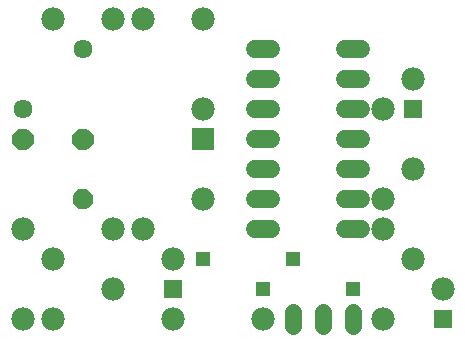
<source format=gts>
G75*
%MOIN*%
%OFA0B0*%
%FSLAX25Y25*%
%IPPOS*%
%LPD*%
%AMOC8*
5,1,8,0,0,1.08239X$1,22.5*
%
%ADD10C,0.01459*%
%ADD11C,0.01347*%
%ADD12C,0.07800*%
%ADD13R,0.06343X0.06343*%
%ADD14R,0.07800X0.07800*%
%ADD15C,0.05556*%
%ADD16C,0.06343*%
%ADD17C,0.05950*%
%ADD18R,0.05156X0.05156*%
D10*
X0069376Y0097150D02*
X0070106Y0096420D01*
X0067688Y0096420D01*
X0065980Y0098128D01*
X0065980Y0100546D01*
X0067688Y0102254D01*
X0070106Y0102254D01*
X0071814Y0100546D01*
X0071814Y0098128D01*
X0070106Y0096420D01*
X0069652Y0097514D01*
X0068142Y0097514D01*
X0067074Y0098582D01*
X0067074Y0100092D01*
X0068142Y0101160D01*
X0069652Y0101160D01*
X0070720Y0100092D01*
X0070720Y0098582D01*
X0069652Y0097514D01*
X0069198Y0098608D01*
X0068596Y0098608D01*
X0068168Y0099036D01*
X0068168Y0099638D01*
X0068596Y0100066D01*
X0069198Y0100066D01*
X0069626Y0099638D01*
X0069626Y0099036D01*
X0069198Y0098608D01*
X0089376Y0097150D02*
X0090106Y0096420D01*
X0087688Y0096420D01*
X0085980Y0098128D01*
X0085980Y0100546D01*
X0087688Y0102254D01*
X0090106Y0102254D01*
X0091814Y0100546D01*
X0091814Y0098128D01*
X0090106Y0096420D01*
X0089652Y0097514D01*
X0088142Y0097514D01*
X0087074Y0098582D01*
X0087074Y0100092D01*
X0088142Y0101160D01*
X0089652Y0101160D01*
X0090720Y0100092D01*
X0090720Y0098582D01*
X0089652Y0097514D01*
X0089198Y0098608D01*
X0088596Y0098608D01*
X0088168Y0099036D01*
X0088168Y0099638D01*
X0088596Y0100066D01*
X0089198Y0100066D01*
X0089626Y0099638D01*
X0089626Y0099036D01*
X0089198Y0098608D01*
D11*
X0089339Y0077317D02*
X0090013Y0076643D01*
X0087781Y0076643D01*
X0086203Y0078221D01*
X0086203Y0080453D01*
X0087781Y0082031D01*
X0090013Y0082031D01*
X0091591Y0080453D01*
X0091591Y0078221D01*
X0090013Y0076643D01*
X0089594Y0077654D01*
X0088200Y0077654D01*
X0087214Y0078640D01*
X0087214Y0080034D01*
X0088200Y0081020D01*
X0089594Y0081020D01*
X0090580Y0080034D01*
X0090580Y0078640D01*
X0089594Y0077654D01*
X0089176Y0078665D01*
X0088618Y0078665D01*
X0088225Y0079058D01*
X0088225Y0079616D01*
X0088618Y0080009D01*
X0089176Y0080009D01*
X0089569Y0079616D01*
X0089569Y0079058D01*
X0089176Y0078665D01*
D12*
X0068897Y0039337D03*
X0078897Y0039337D03*
X0098897Y0049337D03*
X0078897Y0059337D03*
X0068897Y0069337D03*
X0098897Y0069337D03*
X0108897Y0069337D03*
X0118897Y0059337D03*
X0118897Y0039337D03*
X0148897Y0039337D03*
X0188897Y0039337D03*
X0208897Y0049337D03*
X0198897Y0059337D03*
X0188897Y0069337D03*
X0188897Y0079337D03*
X0198897Y0089337D03*
X0188897Y0109337D03*
X0198897Y0119337D03*
X0128897Y0109337D03*
X0128897Y0079337D03*
X0128897Y0139337D03*
X0108897Y0139337D03*
X0098897Y0139337D03*
X0078897Y0139337D03*
D13*
X0198897Y0109337D03*
X0118897Y0049337D03*
X0208897Y0039337D03*
D14*
X0128897Y0099337D03*
D15*
X0158897Y0041715D02*
X0158897Y0036959D01*
X0168897Y0036959D02*
X0168897Y0041715D01*
X0178897Y0041715D02*
X0178897Y0036959D01*
D16*
X0068897Y0109337D03*
X0088897Y0129337D03*
D17*
X0146323Y0129337D02*
X0151472Y0129337D01*
X0151472Y0119337D02*
X0146323Y0119337D01*
X0146323Y0109337D02*
X0151472Y0109337D01*
X0151472Y0099337D02*
X0146323Y0099337D01*
X0146323Y0089337D02*
X0151472Y0089337D01*
X0151472Y0079337D02*
X0146323Y0079337D01*
X0146323Y0069337D02*
X0151472Y0069337D01*
X0176323Y0069337D02*
X0181472Y0069337D01*
X0181472Y0079337D02*
X0176323Y0079337D01*
X0176323Y0089337D02*
X0181472Y0089337D01*
X0181472Y0099337D02*
X0176323Y0099337D01*
X0176323Y0109337D02*
X0181472Y0109337D01*
X0181472Y0119337D02*
X0176323Y0119337D01*
X0176323Y0129337D02*
X0181472Y0129337D01*
D18*
X0158897Y0059337D03*
X0148897Y0049337D03*
X0128897Y0059337D03*
X0178897Y0049337D03*
M02*

</source>
